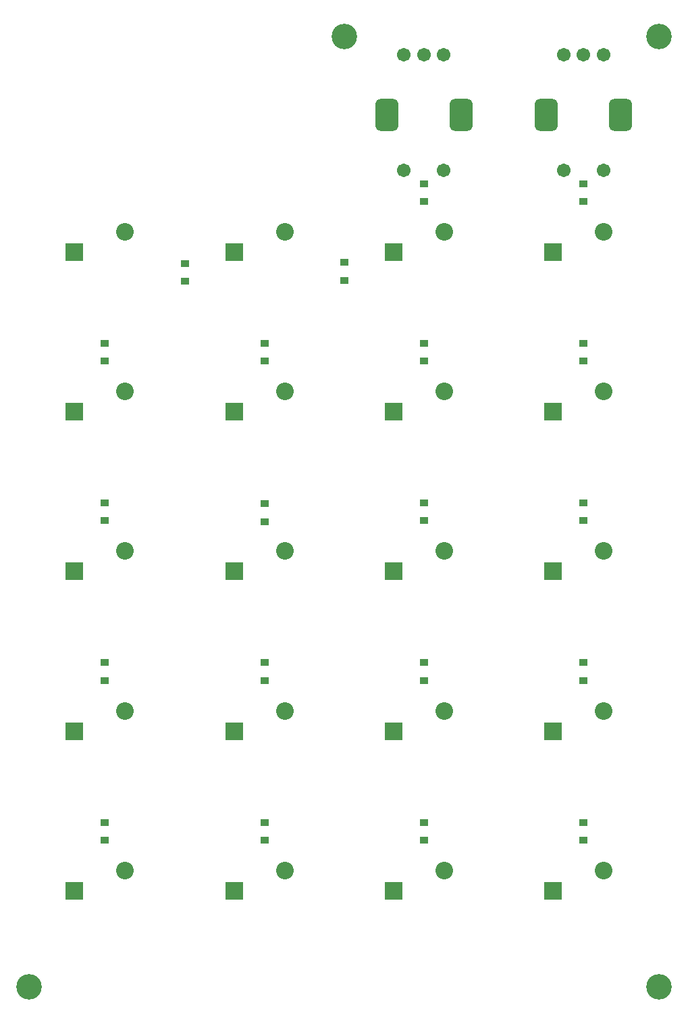
<source format=gts>
G04*
G04 #@! TF.GenerationSoftware,Altium Limited,Altium Designer,25.3.2 (17)*
G04*
G04 Layer_Color=8388736*
%FSLAX43Y43*%
%MOMM*%
G71*
G04*
G04 #@! TF.SameCoordinates,9A78E016-BF11-4ED0-8CD3-159F53B44DCF*
G04*
G04*
G04 #@! TF.FilePolarity,Negative*
G04*
G01*
G75*
%ADD14R,1.033X0.833*%
%ADD15C,3.203*%
%ADD16C,2.203*%
%ADD17R,2.203X2.203*%
G04:AMPARAMS|DCode=18|XSize=4.103mm|YSize=2.903mm|CornerRadius=0.777mm|HoleSize=0mm|Usage=FLASHONLY|Rotation=90.000|XOffset=0mm|YOffset=0mm|HoleType=Round|Shape=RoundedRectangle|*
%AMROUNDEDRECTD18*
21,1,4.103,1.350,0,0,90.0*
21,1,2.550,2.903,0,0,90.0*
1,1,1.553,0.675,1.275*
1,1,1.553,0.675,-1.275*
1,1,1.553,-0.675,-1.275*
1,1,1.553,-0.675,1.275*
%
%ADD18ROUNDEDRECTD18*%
%ADD19C,1.703*%
D14*
X22000Y93115D02*
D03*
Y90885D02*
D03*
X42000Y91000D02*
D03*
Y93230D02*
D03*
X72000Y103115D02*
D03*
Y100885D02*
D03*
X52000Y103115D02*
D03*
Y100885D02*
D03*
X72000Y20885D02*
D03*
Y23115D02*
D03*
X52000Y20885D02*
D03*
Y23115D02*
D03*
X32000Y20885D02*
D03*
Y23115D02*
D03*
X12000Y20885D02*
D03*
Y23115D02*
D03*
X72000Y40885D02*
D03*
Y43115D02*
D03*
X52000Y40885D02*
D03*
Y43115D02*
D03*
X32000Y40885D02*
D03*
Y43115D02*
D03*
X12000Y40885D02*
D03*
Y43115D02*
D03*
X72000Y60885D02*
D03*
Y63115D02*
D03*
X52000Y60885D02*
D03*
Y63115D02*
D03*
X32000Y60770D02*
D03*
Y63000D02*
D03*
X12000Y60885D02*
D03*
Y63115D02*
D03*
X72000Y80885D02*
D03*
Y83115D02*
D03*
X52000Y80885D02*
D03*
Y83115D02*
D03*
X32000Y80885D02*
D03*
Y83115D02*
D03*
X12000Y80885D02*
D03*
Y83115D02*
D03*
D15*
X81500Y2500D02*
D03*
X42000Y121500D02*
D03*
X81500D02*
D03*
X2500Y2500D02*
D03*
D16*
X74540Y17080D02*
D03*
X34540Y97080D02*
D03*
X54540D02*
D03*
X14540Y77080D02*
D03*
Y97080D02*
D03*
X34540Y77080D02*
D03*
X74540D02*
D03*
Y57080D02*
D03*
X14540D02*
D03*
X34540D02*
D03*
X14540Y37080D02*
D03*
X54540Y77080D02*
D03*
Y57080D02*
D03*
X34540Y17080D02*
D03*
Y37080D02*
D03*
X54540D02*
D03*
Y17080D02*
D03*
X74540Y97080D02*
D03*
Y37080D02*
D03*
X14540Y17080D02*
D03*
D17*
X68190Y14540D02*
D03*
X28190Y94540D02*
D03*
X48190D02*
D03*
X8190Y74540D02*
D03*
Y94540D02*
D03*
X28190Y74540D02*
D03*
X68190D02*
D03*
Y54540D02*
D03*
X8190D02*
D03*
X28190D02*
D03*
X8190Y34540D02*
D03*
X48190Y74540D02*
D03*
Y54540D02*
D03*
X28190Y14540D02*
D03*
Y34540D02*
D03*
X48190D02*
D03*
Y14540D02*
D03*
X68190Y94540D02*
D03*
Y34540D02*
D03*
X8190Y14540D02*
D03*
D18*
X56650Y111750D02*
D03*
X47350D02*
D03*
X67350D02*
D03*
X76650D02*
D03*
D19*
X52000Y119250D02*
D03*
X49500D02*
D03*
X54500D02*
D03*
X49500Y104750D02*
D03*
X54500D02*
D03*
X74500D02*
D03*
X69500D02*
D03*
X74500Y119250D02*
D03*
X69500D02*
D03*
X72000D02*
D03*
M02*

</source>
